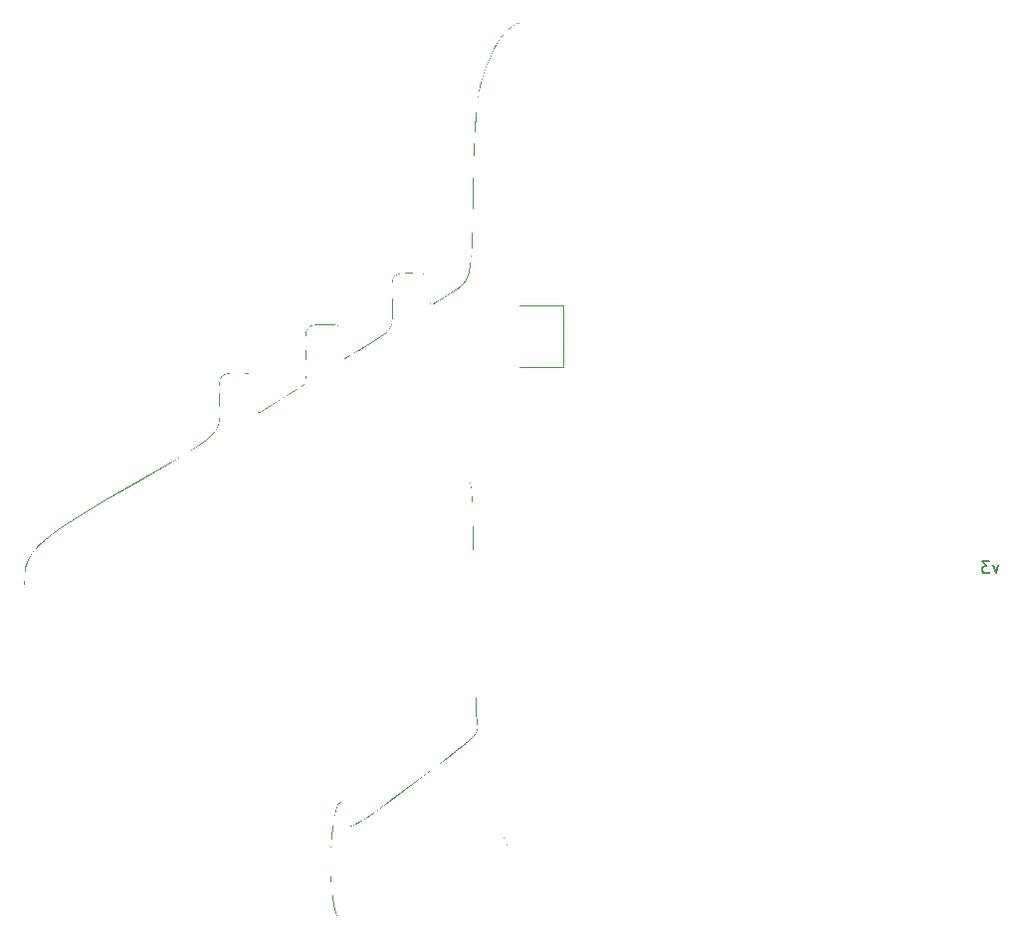
<source format=gbr>
G04 #@! TF.GenerationSoftware,KiCad,Pcbnew,(6.99.0-2452-gdb4f2d9dd8)*
G04 #@! TF.CreationDate,2022-07-29T13:50:10-05:00*
G04 #@! TF.ProjectId,an225,616e3232-352e-46b6-9963-61645f706362,rev?*
G04 #@! TF.SameCoordinates,Original*
G04 #@! TF.FileFunction,Legend,Bot*
G04 #@! TF.FilePolarity,Positive*
%FSLAX46Y46*%
G04 Gerber Fmt 4.6, Leading zero omitted, Abs format (unit mm)*
G04 Created by KiCad (PCBNEW (6.99.0-2452-gdb4f2d9dd8)) date 2022-07-29 13:50:10*
%MOMM*%
%LPD*%
G01*
G04 APERTURE LIST*
%ADD10C,0.150000*%
%ADD11C,0.120000*%
%ADD12R,1.700000X1.700000*%
%ADD13O,1.700000X1.700000*%
G04 APERTURE END LIST*
D10*
G36*
X119964600Y-116488121D02*
G01*
X119933849Y-116481606D01*
X119851254Y-116459116D01*
X119795043Y-116440500D01*
X119731303Y-116416233D01*
X119661845Y-116385764D01*
X119588481Y-116348540D01*
X119513021Y-116304008D01*
X119437277Y-116251617D01*
X119399864Y-116222302D01*
X119363058Y-116190814D01*
X119327087Y-116157086D01*
X119292177Y-116121048D01*
X119258553Y-116082631D01*
X119226443Y-116041765D01*
X119196072Y-115998383D01*
X119167668Y-115952414D01*
X119141455Y-115903790D01*
X119117662Y-115852442D01*
X119096513Y-115798301D01*
X119078237Y-115741298D01*
X119055598Y-115665219D01*
X119031984Y-115591274D01*
X119007587Y-115519845D01*
X118982596Y-115451316D01*
X118957203Y-115386068D01*
X118931599Y-115324485D01*
X118905974Y-115266950D01*
X118880520Y-115213846D01*
X118855427Y-115165556D01*
X118830887Y-115122462D01*
X118807090Y-115084947D01*
X118795529Y-115068402D01*
X118784226Y-115053395D01*
X118773205Y-115039974D01*
X118762488Y-115028188D01*
X118752101Y-115018083D01*
X118742066Y-115009708D01*
X118732408Y-115003111D01*
X118723151Y-114998340D01*
X118714318Y-114995442D01*
X118705933Y-114994465D01*
X118061823Y-115245360D01*
X116588012Y-115909220D01*
X112266026Y-117942898D01*
X107969452Y-120029620D01*
X106527406Y-120759784D01*
X105927767Y-121103505D01*
X105911818Y-121122795D01*
X105895967Y-121140981D01*
X105880209Y-121158064D01*
X105864540Y-121174043D01*
X105848955Y-121188920D01*
X105833449Y-121202695D01*
X105818018Y-121215369D01*
X105802655Y-121226943D01*
X105787357Y-121237417D01*
X105772120Y-121246792D01*
X105756937Y-121255070D01*
X105741804Y-121262250D01*
X105726717Y-121268333D01*
X105711671Y-121273320D01*
X105696660Y-121277213D01*
X105681681Y-121280010D01*
X105666728Y-121281714D01*
X105651796Y-121282325D01*
X105636881Y-121281844D01*
X105621979Y-121280271D01*
X105607083Y-121277607D01*
X105592189Y-121273852D01*
X105577294Y-121269009D01*
X105562390Y-121263076D01*
X105547475Y-121256056D01*
X105532544Y-121247948D01*
X105517590Y-121238754D01*
X105502610Y-121228474D01*
X105487599Y-121217109D01*
X105472552Y-121204659D01*
X105457464Y-121191125D01*
X105442331Y-121176509D01*
X105412453Y-121150035D01*
X105397836Y-121139688D01*
X105383428Y-121131273D01*
X105369226Y-121124797D01*
X105355226Y-121120265D01*
X105341424Y-121117680D01*
X105327815Y-121117050D01*
X105314397Y-121118379D01*
X105301165Y-121121671D01*
X105288116Y-121126934D01*
X105275244Y-121134170D01*
X105262548Y-121143386D01*
X105250022Y-121154588D01*
X105237663Y-121167779D01*
X105225467Y-121182966D01*
X105201549Y-121219345D01*
X105178236Y-121263768D01*
X105155497Y-121316276D01*
X105133301Y-121376910D01*
X105111618Y-121445711D01*
X105090416Y-121522722D01*
X105069664Y-121607983D01*
X105049332Y-121701536D01*
X104972624Y-121980642D01*
X104931247Y-122068985D01*
X104888200Y-122125065D01*
X104843743Y-122150290D01*
X104798134Y-122146068D01*
X104751632Y-122113805D01*
X104704497Y-122054911D01*
X104609365Y-121862857D01*
X104514810Y-121581167D01*
X104422905Y-121221104D01*
X104335723Y-120793928D01*
X104255339Y-120310903D01*
X104183825Y-119783290D01*
X104123254Y-119222350D01*
X104075700Y-118639345D01*
X104043235Y-118045538D01*
X104027934Y-117452190D01*
X104031870Y-116870563D01*
X104057115Y-116311918D01*
X104110098Y-115612383D01*
X104170353Y-114972092D01*
X104237000Y-114393142D01*
X104309154Y-113877626D01*
X104385932Y-113427641D01*
X104466453Y-113045281D01*
X104507841Y-112880115D01*
X104549834Y-112732642D01*
X104592320Y-112603122D01*
X104635190Y-112491818D01*
X104678334Y-112398991D01*
X104721641Y-112324904D01*
X104765000Y-112269819D01*
X104808302Y-112233997D01*
X104851435Y-112217700D01*
X104872905Y-112216955D01*
X104894291Y-112221190D01*
X104936758Y-112244729D01*
X104978725Y-112288579D01*
X105020083Y-112353002D01*
X105060722Y-112438259D01*
X105100530Y-112544613D01*
X105139398Y-112672326D01*
X105177215Y-112821658D01*
X105213871Y-112992873D01*
X105249256Y-113186232D01*
X105283258Y-113401997D01*
X105361652Y-113854206D01*
X105414893Y-114021021D01*
X105448738Y-114087812D01*
X105488817Y-114142841D01*
X105536189Y-114185597D01*
X105591917Y-114215566D01*
X105657062Y-114232236D01*
X105732685Y-114235095D01*
X105819848Y-114223629D01*
X105919612Y-114197326D01*
X106161190Y-114098158D01*
X106465911Y-113933490D01*
X106842266Y-113699222D01*
X107298747Y-113391252D01*
X107843846Y-113005479D01*
X109233864Y-111984121D01*
X111080254Y-110602337D01*
X112925953Y-109216005D01*
X113672122Y-108651518D01*
X114311137Y-108162800D01*
X114592953Y-107944507D01*
X114850971Y-107742338D01*
X115086187Y-107555355D01*
X115299598Y-107382619D01*
X115492200Y-107223190D01*
X115664991Y-107076129D01*
X115818967Y-106940497D01*
X115955125Y-106815355D01*
X116074461Y-106699764D01*
X116177973Y-106592785D01*
X116266657Y-106493478D01*
X116341509Y-106400905D01*
X116403527Y-106314126D01*
X116453707Y-106232202D01*
X116474670Y-106192767D01*
X116493046Y-106154194D01*
X116508962Y-106116365D01*
X116522541Y-106079163D01*
X116533908Y-106042470D01*
X116543188Y-106006170D01*
X116555984Y-105934275D01*
X116561926Y-105862539D01*
X116562011Y-105790024D01*
X116557235Y-105715790D01*
X116548595Y-105638898D01*
X116523709Y-105473384D01*
X116456358Y-104326334D01*
X116383213Y-101893970D01*
X116313097Y-98533063D01*
X116254833Y-94600384D01*
X116214219Y-91319893D01*
X116195649Y-89992653D01*
X116176919Y-88854672D01*
X116167185Y-88352104D01*
X116157039Y-87891391D01*
X116146359Y-87470714D01*
X116135020Y-87088253D01*
X116122899Y-86742188D01*
X116109873Y-86430699D01*
X116095817Y-86151967D01*
X116080608Y-85904171D01*
X116064123Y-85685491D01*
X116046237Y-85494109D01*
X116026828Y-85328204D01*
X116016513Y-85254237D01*
X116005771Y-85185957D01*
X115994586Y-85123136D01*
X115982943Y-85065546D01*
X115970826Y-85012962D01*
X115958220Y-84965154D01*
X115945109Y-84921896D01*
X115931478Y-84882960D01*
X115917312Y-84848118D01*
X115902594Y-84817144D01*
X115887311Y-84789809D01*
X115871445Y-84765886D01*
X115854982Y-84745148D01*
X115837906Y-84727367D01*
X115820202Y-84712316D01*
X115801854Y-84699767D01*
X115782847Y-84689493D01*
X115763166Y-84681266D01*
X115742794Y-84674858D01*
X115721717Y-84670043D01*
X115699919Y-84666593D01*
X115677384Y-84664281D01*
X115630043Y-84662158D01*
X115579572Y-84661854D01*
X115270940Y-84635437D01*
X114913257Y-84617474D01*
X114080250Y-84606213D01*
X113139579Y-84626673D01*
X112150272Y-84677453D01*
X111171357Y-84757153D01*
X110261862Y-84864374D01*
X109851592Y-84927868D01*
X109480814Y-84997717D01*
X109156904Y-85073747D01*
X108887241Y-85155781D01*
X108739084Y-85192021D01*
X108597398Y-85229484D01*
X108338125Y-85302267D01*
X108222885Y-85334683D01*
X108118806Y-85362512D01*
X108027062Y-85384301D01*
X107986182Y-85392477D01*
X107948825Y-85398598D01*
X100153920Y-87648208D01*
X98889389Y-88018931D01*
X97788671Y-88337649D01*
X96969971Y-88570404D01*
X96551494Y-88683235D01*
X96281284Y-88753110D01*
X95866273Y-88868918D01*
X95363014Y-89014556D01*
X94828055Y-89173926D01*
X94306869Y-89329469D01*
X93841116Y-89464696D01*
X93481617Y-89565097D01*
X93357594Y-89597701D01*
X93279193Y-89616157D01*
X93072061Y-89668589D01*
X92699739Y-89772718D01*
X92215008Y-89913462D01*
X91670648Y-90075743D01*
X91127127Y-90237903D01*
X90644678Y-90378313D01*
X90275733Y-90481945D01*
X90150209Y-90515273D01*
X90072724Y-90533772D01*
X88213681Y-91049721D01*
X84093222Y-92219011D01*
X81912520Y-92842771D01*
X81050094Y-93088705D01*
X80324128Y-93293068D01*
X79723004Y-93457659D01*
X79465627Y-93525600D01*
X79235103Y-93584272D01*
X79029982Y-93633898D01*
X78848809Y-93674703D01*
X78690133Y-93706913D01*
X78552502Y-93730750D01*
X78434464Y-93746440D01*
X78334566Y-93754208D01*
X78251355Y-93754277D01*
X78215554Y-93751495D01*
X78183381Y-93746873D01*
X78154653Y-93740439D01*
X78129190Y-93732220D01*
X78106809Y-93722245D01*
X78087330Y-93710542D01*
X78070571Y-93697139D01*
X78056350Y-93682064D01*
X78044485Y-93665345D01*
X78034796Y-93647010D01*
X78027100Y-93627088D01*
X78021216Y-93605606D01*
X78014159Y-93558074D01*
X78012172Y-93504641D01*
X78013803Y-93445531D01*
X78022109Y-93311175D01*
X78025880Y-93236379D01*
X78027460Y-93156804D01*
X78042168Y-92716065D01*
X78092301Y-92301944D01*
X78186874Y-91906690D01*
X78334900Y-91522552D01*
X78545395Y-91141778D01*
X78827372Y-90756617D01*
X79189846Y-90359319D01*
X79641830Y-89942131D01*
X80192341Y-89497304D01*
X80850390Y-89017086D01*
X81624994Y-88493725D01*
X82525166Y-87919471D01*
X84738271Y-86587278D01*
X87561821Y-84958499D01*
X89922075Y-83607505D01*
X90876619Y-83050943D01*
X91694548Y-82560647D01*
X92386191Y-82126849D01*
X92687883Y-81928085D01*
X92961878Y-81739782D01*
X93209467Y-81560720D01*
X93431941Y-81389679D01*
X93630591Y-81225435D01*
X93806709Y-81066770D01*
X93961585Y-80912462D01*
X94096512Y-80761289D01*
X94212779Y-80612032D01*
X94311680Y-80463469D01*
X94394504Y-80314378D01*
X94462543Y-80163540D01*
X94517089Y-80009733D01*
X94559432Y-79851736D01*
X94590864Y-79688328D01*
X94612676Y-79518289D01*
X94626160Y-79340397D01*
X94632607Y-79153431D01*
X94629553Y-78747394D01*
X94613844Y-78290411D01*
X94584089Y-77435356D01*
X94577910Y-77089412D01*
X94580310Y-76792799D01*
X94585379Y-76661806D01*
X94593374Y-76541722D01*
X94604557Y-76432073D01*
X94619188Y-76332385D01*
X94637527Y-76242183D01*
X94659836Y-76160994D01*
X94686375Y-76088343D01*
X94717404Y-76023755D01*
X94753184Y-75966757D01*
X94793976Y-75916873D01*
X94840040Y-75873630D01*
X94891638Y-75836554D01*
X94949029Y-75805169D01*
X95012474Y-75779002D01*
X95082235Y-75757578D01*
X95158571Y-75740423D01*
X95241743Y-75727063D01*
X95332012Y-75717023D01*
X95534883Y-75705007D01*
X95769270Y-75700580D01*
X96037256Y-75699947D01*
X96539822Y-75703313D01*
X96743154Y-75711308D01*
X96917491Y-75726876D01*
X96994483Y-75738289D01*
X97065064Y-75752542D01*
X97129511Y-75769952D01*
X97188103Y-75790832D01*
X97241120Y-75815499D01*
X97288839Y-75844269D01*
X97331541Y-75877456D01*
X97369503Y-75915378D01*
X97403004Y-75958348D01*
X97432324Y-76006683D01*
X97457740Y-76060699D01*
X97479532Y-76120710D01*
X97497979Y-76187032D01*
X97513359Y-76259982D01*
X97525951Y-76339874D01*
X97536034Y-76427025D01*
X97549787Y-76624363D01*
X97556850Y-76854520D01*
X97559824Y-77423391D01*
X97561406Y-78062704D01*
X97566591Y-78317264D01*
X97577557Y-78530550D01*
X97585877Y-78622214D01*
X97596444Y-78704156D01*
X97609525Y-78776578D01*
X97625389Y-78839676D01*
X97644301Y-78893652D01*
X97666531Y-78938704D01*
X97692345Y-78975031D01*
X97722009Y-79002832D01*
X97755793Y-79022307D01*
X97793963Y-79033655D01*
X97836786Y-79037075D01*
X97884529Y-79032766D01*
X97937461Y-79020928D01*
X97995848Y-79001759D01*
X98059958Y-78975459D01*
X98130058Y-78942228D01*
X98289297Y-78855765D01*
X98475705Y-78743965D01*
X98938580Y-78450727D01*
X99421897Y-78146085D01*
X99973444Y-77804495D01*
X100525272Y-77467733D01*
X101009430Y-77177574D01*
X101351480Y-76970296D01*
X101489539Y-76876811D01*
X101607479Y-76784016D01*
X101706692Y-76687348D01*
X101788573Y-76582247D01*
X101823450Y-76525109D01*
X101854515Y-76464152D01*
X101905911Y-76328503D01*
X101944154Y-76170738D01*
X101970638Y-75986297D01*
X101986756Y-75770619D01*
X101993902Y-75519142D01*
X101993469Y-75227307D01*
X101986849Y-74890552D01*
X101960626Y-74064039D01*
X101935344Y-73238725D01*
X101930961Y-72904815D01*
X101934884Y-72618519D01*
X101940616Y-72492081D01*
X101949212Y-72376174D01*
X101960934Y-72270339D01*
X101976045Y-72174119D01*
X101994807Y-72087055D01*
X102017483Y-72008690D01*
X102044335Y-71938565D01*
X102075625Y-71876224D01*
X102111617Y-71821208D01*
X102152572Y-71773060D01*
X102198754Y-71731321D01*
X102250424Y-71695534D01*
X102307845Y-71665241D01*
X102371280Y-71639984D01*
X102440991Y-71619306D01*
X102517240Y-71602747D01*
X102600290Y-71589852D01*
X102690404Y-71580161D01*
X102892872Y-71568563D01*
X103126743Y-71564290D01*
X103394118Y-71563679D01*
X103895530Y-71566634D01*
X104098394Y-71573651D01*
X104272331Y-71587317D01*
X104349146Y-71597335D01*
X104419565Y-71609846D01*
X104483864Y-71625128D01*
X104542322Y-71643456D01*
X104595216Y-71665108D01*
X104642826Y-71690362D01*
X104685430Y-71719493D01*
X104723305Y-71752779D01*
X104756729Y-71790498D01*
X104785981Y-71832925D01*
X104811339Y-71880339D01*
X104833081Y-71933016D01*
X104851485Y-71991232D01*
X104866830Y-72055266D01*
X104879393Y-72125394D01*
X104889453Y-72201892D01*
X104903175Y-72375111D01*
X104910221Y-72577138D01*
X104913188Y-73076481D01*
X104914179Y-73230189D01*
X104917088Y-73378808D01*
X104921815Y-73521600D01*
X104928264Y-73657830D01*
X104936335Y-73786761D01*
X104945932Y-73907657D01*
X104956957Y-74019781D01*
X104969310Y-74122397D01*
X104982895Y-74214770D01*
X104997614Y-74296161D01*
X105013368Y-74365836D01*
X105030060Y-74423057D01*
X105038727Y-74446768D01*
X105047592Y-74467089D01*
X105056642Y-74483929D01*
X105065865Y-74497195D01*
X105075249Y-74506796D01*
X105084782Y-74512639D01*
X105094452Y-74514633D01*
X105104245Y-74512684D01*
X105184453Y-74471838D01*
X105340140Y-74384514D01*
X105841195Y-74092159D01*
X106533895Y-73679063D01*
X107344724Y-73188669D01*
X108021038Y-72772292D01*
X108294364Y-72594704D01*
X108528319Y-72430448D01*
X108725789Y-72274221D01*
X108811745Y-72197462D01*
X108889663Y-72120723D01*
X108959903Y-72043340D01*
X109022827Y-71964651D01*
X109078795Y-71883993D01*
X109128169Y-71800704D01*
X109171309Y-71714121D01*
X109208576Y-71623580D01*
X109240331Y-71528421D01*
X109266935Y-71427979D01*
X109288749Y-71321592D01*
X109306134Y-71208597D01*
X109329061Y-70960134D01*
X109338601Y-70677289D01*
X109337643Y-70354758D01*
X109315781Y-69569436D01*
X109292871Y-68786552D01*
X109289431Y-68469808D01*
X109294139Y-68198231D01*
X109300206Y-68078294D01*
X109309099Y-67968345D01*
X109321081Y-67867951D01*
X109336415Y-67776677D01*
X109355364Y-67694089D01*
X109378190Y-67619753D01*
X109405158Y-67553234D01*
X109436529Y-67494098D01*
X109472567Y-67441910D01*
X109513535Y-67396237D01*
X109559696Y-67356644D01*
X109611313Y-67322697D01*
X109668648Y-67293961D01*
X109731965Y-67270003D01*
X109801526Y-67250387D01*
X109877596Y-67234681D01*
X109960436Y-67222448D01*
X110050309Y-67213255D01*
X110252209Y-67202253D01*
X110485399Y-67198200D01*
X110751982Y-67197621D01*
X111251907Y-67200314D01*
X111454170Y-67206709D01*
X111627591Y-67219164D01*
X111704179Y-67228295D01*
X111774388Y-67239697D01*
X111838497Y-67253625D01*
X111896781Y-67270329D01*
X111949519Y-67290063D01*
X111996988Y-67313078D01*
X112039465Y-67339629D01*
X112077228Y-67369966D01*
X112110553Y-67404342D01*
X112139718Y-67443010D01*
X112165001Y-67486222D01*
X112186679Y-67534232D01*
X112205028Y-67587290D01*
X112220327Y-67645650D01*
X112232853Y-67709564D01*
X112242883Y-67779284D01*
X112256565Y-67937154D01*
X112263590Y-68121280D01*
X112266548Y-68576378D01*
X112266792Y-69114741D01*
X112272250Y-69326889D01*
X112285849Y-69501569D01*
X112296774Y-69574988D01*
X112311023Y-69639195D01*
X112329024Y-69694244D01*
X112351208Y-69740185D01*
X112378005Y-69777070D01*
X112409842Y-69804952D01*
X112447151Y-69823883D01*
X112490360Y-69833913D01*
X112539900Y-69835096D01*
X112596199Y-69827483D01*
X112659687Y-69811126D01*
X112730794Y-69786077D01*
X112897583Y-69710111D01*
X113100000Y-69600000D01*
X113341482Y-69456160D01*
X113625466Y-69279007D01*
X114334683Y-68826420D01*
X114903816Y-68448928D01*
X115134593Y-68267990D01*
X115333139Y-68075790D01*
X115502174Y-67859980D01*
X115644419Y-67608209D01*
X115762593Y-67308128D01*
X115859418Y-66947388D01*
X115937613Y-66513638D01*
X115999900Y-65994529D01*
X116049000Y-65377712D01*
X116087631Y-64650837D01*
X116144375Y-62817515D01*
X116191895Y-60395765D01*
X116250013Y-57711357D01*
X116284471Y-56573874D01*
X116324861Y-55556223D01*
X116372936Y-54645916D01*
X116430447Y-53830468D01*
X116499145Y-53097391D01*
X116580780Y-52434199D01*
X116677105Y-51828406D01*
X116789870Y-51267524D01*
X116920826Y-50739067D01*
X117071724Y-50230548D01*
X117244316Y-49729481D01*
X117440352Y-49223379D01*
X117661584Y-48699755D01*
X117909763Y-48146122D01*
X117977843Y-48003647D01*
X118049317Y-47865696D01*
X118123819Y-47732268D01*
X118200986Y-47603362D01*
X118280453Y-47478980D01*
X118361856Y-47359121D01*
X118444830Y-47243784D01*
X118529013Y-47132971D01*
X118614038Y-47026680D01*
X118699543Y-46924913D01*
X118785162Y-46827669D01*
X118870532Y-46734947D01*
X119039066Y-46563073D01*
X119202232Y-46409291D01*
X119357114Y-46273602D01*
X119500800Y-46156004D01*
X119630375Y-46056498D01*
X119742925Y-45975084D01*
X119905296Y-45866532D01*
X119964600Y-45830348D01*
X119964600Y-116488121D01*
G37*
X119964600Y-116488121D02*
X119933849Y-116481606D01*
X119851254Y-116459116D01*
X119795043Y-116440500D01*
X119731303Y-116416233D01*
X119661845Y-116385764D01*
X119588481Y-116348540D01*
X119513021Y-116304008D01*
X119437277Y-116251617D01*
X119399864Y-116222302D01*
X119363058Y-116190814D01*
X119327087Y-116157086D01*
X119292177Y-116121048D01*
X119258553Y-116082631D01*
X119226443Y-116041765D01*
X119196072Y-115998383D01*
X119167668Y-115952414D01*
X119141455Y-115903790D01*
X119117662Y-115852442D01*
X119096513Y-115798301D01*
X119078237Y-115741298D01*
X119055598Y-115665219D01*
X119031984Y-115591274D01*
X119007587Y-115519845D01*
X118982596Y-115451316D01*
X118957203Y-115386068D01*
X118931599Y-115324485D01*
X118905974Y-115266950D01*
X118880520Y-115213846D01*
X118855427Y-115165556D01*
X118830887Y-115122462D01*
X118807090Y-115084947D01*
X118795529Y-115068402D01*
X118784226Y-115053395D01*
X118773205Y-115039974D01*
X118762488Y-115028188D01*
X118752101Y-115018083D01*
X118742066Y-115009708D01*
X118732408Y-115003111D01*
X118723151Y-114998340D01*
X118714318Y-114995442D01*
X118705933Y-114994465D01*
X118061823Y-115245360D01*
X116588012Y-115909220D01*
X112266026Y-117942898D01*
X107969452Y-120029620D01*
X106527406Y-120759784D01*
X105927767Y-121103505D01*
X105911818Y-121122795D01*
X105895967Y-121140981D01*
X105880209Y-121158064D01*
X105864540Y-121174043D01*
X105848955Y-121188920D01*
X105833449Y-121202695D01*
X105818018Y-121215369D01*
X105802655Y-121226943D01*
X105787357Y-121237417D01*
X105772120Y-121246792D01*
X105756937Y-121255070D01*
X105741804Y-121262250D01*
X105726717Y-121268333D01*
X105711671Y-121273320D01*
X105696660Y-121277213D01*
X105681681Y-121280010D01*
X105666728Y-121281714D01*
X105651796Y-121282325D01*
X105636881Y-121281844D01*
X105621979Y-121280271D01*
X105607083Y-121277607D01*
X105592189Y-121273852D01*
X105577294Y-121269009D01*
X105562390Y-121263076D01*
X105547475Y-121256056D01*
X105532544Y-121247948D01*
X105517590Y-121238754D01*
X105502610Y-121228474D01*
X105487599Y-121217109D01*
X105472552Y-121204659D01*
X105457464Y-121191125D01*
X105442331Y-121176509D01*
X105412453Y-121150035D01*
X105397836Y-121139688D01*
X105383428Y-121131273D01*
X105369226Y-121124797D01*
X105355226Y-121120265D01*
X105341424Y-121117680D01*
X105327815Y-121117050D01*
X105314397Y-121118379D01*
X105301165Y-121121671D01*
X105288116Y-121126934D01*
X105275244Y-121134170D01*
X105262548Y-121143386D01*
X105250022Y-121154588D01*
X105237663Y-121167779D01*
X105225467Y-121182966D01*
X105201549Y-121219345D01*
X105178236Y-121263768D01*
X105155497Y-121316276D01*
X105133301Y-121376910D01*
X105111618Y-121445711D01*
X105090416Y-121522722D01*
X105069664Y-121607983D01*
X105049332Y-121701536D01*
X104972624Y-121980642D01*
X104931247Y-122068985D01*
X104888200Y-122125065D01*
X104843743Y-122150290D01*
X104798134Y-122146068D01*
X104751632Y-122113805D01*
X104704497Y-122054911D01*
X104609365Y-121862857D01*
X104514810Y-121581167D01*
X104422905Y-121221104D01*
X104335723Y-120793928D01*
X104255339Y-120310903D01*
X104183825Y-119783290D01*
X104123254Y-119222350D01*
X104075700Y-118639345D01*
X104043235Y-118045538D01*
X104027934Y-117452190D01*
X104031870Y-116870563D01*
X104057115Y-116311918D01*
X104110098Y-115612383D01*
X104170353Y-114972092D01*
X104237000Y-114393142D01*
X104309154Y-113877626D01*
X104385932Y-113427641D01*
X104466453Y-113045281D01*
X104507841Y-112880115D01*
X104549834Y-112732642D01*
X104592320Y-112603122D01*
X104635190Y-112491818D01*
X104678334Y-112398991D01*
X104721641Y-112324904D01*
X104765000Y-112269819D01*
X104808302Y-112233997D01*
X104851435Y-112217700D01*
X104872905Y-112216955D01*
X104894291Y-112221190D01*
X104936758Y-112244729D01*
X104978725Y-112288579D01*
X105020083Y-112353002D01*
X105060722Y-112438259D01*
X105100530Y-112544613D01*
X105139398Y-112672326D01*
X105177215Y-112821658D01*
X105213871Y-112992873D01*
X105249256Y-113186232D01*
X105283258Y-113401997D01*
X105361652Y-113854206D01*
X105414893Y-114021021D01*
X105448738Y-114087812D01*
X105488817Y-114142841D01*
X105536189Y-114185597D01*
X105591917Y-114215566D01*
X105657062Y-114232236D01*
X105732685Y-114235095D01*
X105819848Y-114223629D01*
X105919612Y-114197326D01*
X106161190Y-114098158D01*
X106465911Y-113933490D01*
X106842266Y-113699222D01*
X107298747Y-113391252D01*
X107843846Y-113005479D01*
X109233864Y-111984121D01*
X111080254Y-110602337D01*
X112925953Y-109216005D01*
X113672122Y-108651518D01*
X114311137Y-108162800D01*
X114592953Y-107944507D01*
X114850971Y-107742338D01*
X115086187Y-107555355D01*
X115299598Y-107382619D01*
X115492200Y-107223190D01*
X115664991Y-107076129D01*
X115818967Y-106940497D01*
X115955125Y-106815355D01*
X116074461Y-106699764D01*
X116177973Y-106592785D01*
X116266657Y-106493478D01*
X116341509Y-106400905D01*
X116403527Y-106314126D01*
X116453707Y-106232202D01*
X116474670Y-106192767D01*
X116493046Y-106154194D01*
X116508962Y-106116365D01*
X116522541Y-106079163D01*
X116533908Y-106042470D01*
X116543188Y-106006170D01*
X116555984Y-105934275D01*
X116561926Y-105862539D01*
X116562011Y-105790024D01*
X116557235Y-105715790D01*
X116548595Y-105638898D01*
X116523709Y-105473384D01*
X116456358Y-104326334D01*
X116383213Y-101893970D01*
X116313097Y-98533063D01*
X116254833Y-94600384D01*
X116214219Y-91319893D01*
X116195649Y-89992653D01*
X116176919Y-88854672D01*
X116167185Y-88352104D01*
X116157039Y-87891391D01*
X116146359Y-87470714D01*
X116135020Y-87088253D01*
X116122899Y-86742188D01*
X116109873Y-86430699D01*
X116095817Y-86151967D01*
X116080608Y-85904171D01*
X116064123Y-85685491D01*
X116046237Y-85494109D01*
X116026828Y-85328204D01*
X116016513Y-85254237D01*
X116005771Y-85185957D01*
X115994586Y-85123136D01*
X115982943Y-85065546D01*
X115970826Y-85012962D01*
X115958220Y-84965154D01*
X115945109Y-84921896D01*
X115931478Y-84882960D01*
X115917312Y-84848118D01*
X115902594Y-84817144D01*
X115887311Y-84789809D01*
X115871445Y-84765886D01*
X115854982Y-84745148D01*
X115837906Y-84727367D01*
X115820202Y-84712316D01*
X115801854Y-84699767D01*
X115782847Y-84689493D01*
X115763166Y-84681266D01*
X115742794Y-84674858D01*
X115721717Y-84670043D01*
X115699919Y-84666593D01*
X115677384Y-84664281D01*
X115630043Y-84662158D01*
X115579572Y-84661854D01*
X115270940Y-84635437D01*
X114913257Y-84617474D01*
X114080250Y-84606213D01*
X113139579Y-84626673D01*
X112150272Y-84677453D01*
X111171357Y-84757153D01*
X110261862Y-84864374D01*
X109851592Y-84927868D01*
X109480814Y-84997717D01*
X109156904Y-85073747D01*
X108887241Y-85155781D01*
X108739084Y-85192021D01*
X108597398Y-85229484D01*
X108338125Y-85302267D01*
X108222885Y-85334683D01*
X108118806Y-85362512D01*
X108027062Y-85384301D01*
X107986182Y-85392477D01*
X107948825Y-85398598D01*
X100153920Y-87648208D01*
X98889389Y-88018931D01*
X97788671Y-88337649D01*
X96969971Y-88570404D01*
X96551494Y-88683235D01*
X96281284Y-88753110D01*
X95866273Y-88868918D01*
X95363014Y-89014556D01*
X94828055Y-89173926D01*
X94306869Y-89329469D01*
X93841116Y-89464696D01*
X93481617Y-89565097D01*
X93357594Y-89597701D01*
X93279193Y-89616157D01*
X93072061Y-89668589D01*
X92699739Y-89772718D01*
X92215008Y-89913462D01*
X91670648Y-90075743D01*
X91127127Y-90237903D01*
X90644678Y-90378313D01*
X90275733Y-90481945D01*
X90150209Y-90515273D01*
X90072724Y-90533772D01*
X88213681Y-91049721D01*
X84093222Y-92219011D01*
X81912520Y-92842771D01*
X81050094Y-93088705D01*
X80324128Y-93293068D01*
X79723004Y-93457659D01*
X79465627Y-93525600D01*
X79235103Y-93584272D01*
X79029982Y-93633898D01*
X78848809Y-93674703D01*
X78690133Y-93706913D01*
X78552502Y-93730750D01*
X78434464Y-93746440D01*
X78334566Y-93754208D01*
X78251355Y-93754277D01*
X78215554Y-93751495D01*
X78183381Y-93746873D01*
X78154653Y-93740439D01*
X78129190Y-93732220D01*
X78106809Y-93722245D01*
X78087330Y-93710542D01*
X78070571Y-93697139D01*
X78056350Y-93682064D01*
X78044485Y-93665345D01*
X78034796Y-93647010D01*
X78027100Y-93627088D01*
X78021216Y-93605606D01*
X78014159Y-93558074D01*
X78012172Y-93504641D01*
X78013803Y-93445531D01*
X78022109Y-93311175D01*
X78025880Y-93236379D01*
X78027460Y-93156804D01*
X78042168Y-92716065D01*
X78092301Y-92301944D01*
X78186874Y-91906690D01*
X78334900Y-91522552D01*
X78545395Y-91141778D01*
X78827372Y-90756617D01*
X79189846Y-90359319D01*
X79641830Y-89942131D01*
X80192341Y-89497304D01*
X80850390Y-89017086D01*
X81624994Y-88493725D01*
X82525166Y-87919471D01*
X84738271Y-86587278D01*
X87561821Y-84958499D01*
X89922075Y-83607505D01*
X90876619Y-83050943D01*
X91694548Y-82560647D01*
X92386191Y-82126849D01*
X92687883Y-81928085D01*
X92961878Y-81739782D01*
X93209467Y-81560720D01*
X93431941Y-81389679D01*
X93630591Y-81225435D01*
X93806709Y-81066770D01*
X93961585Y-80912462D01*
X94096512Y-80761289D01*
X94212779Y-80612032D01*
X94311680Y-80463469D01*
X94394504Y-80314378D01*
X94462543Y-80163540D01*
X94517089Y-80009733D01*
X94559432Y-79851736D01*
X94590864Y-79688328D01*
X94612676Y-79518289D01*
X94626160Y-79340397D01*
X94632607Y-79153431D01*
X94629553Y-78747394D01*
X94613844Y-78290411D01*
X94584089Y-77435356D01*
X94577910Y-77089412D01*
X94580310Y-76792799D01*
X94585379Y-76661806D01*
X94593374Y-76541722D01*
X94604557Y-76432073D01*
X94619188Y-76332385D01*
X94637527Y-76242183D01*
X94659836Y-76160994D01*
X94686375Y-76088343D01*
X94717404Y-76023755D01*
X94753184Y-75966757D01*
X94793976Y-75916873D01*
X94840040Y-75873630D01*
X94891638Y-75836554D01*
X94949029Y-75805169D01*
X95012474Y-75779002D01*
X95082235Y-75757578D01*
X95158571Y-75740423D01*
X95241743Y-75727063D01*
X95332012Y-75717023D01*
X95534883Y-75705007D01*
X95769270Y-75700580D01*
X96037256Y-75699947D01*
X96539822Y-75703313D01*
X96743154Y-75711308D01*
X96917491Y-75726876D01*
X96994483Y-75738289D01*
X97065064Y-75752542D01*
X97129511Y-75769952D01*
X97188103Y-75790832D01*
X97241120Y-75815499D01*
X97288839Y-75844269D01*
X97331541Y-75877456D01*
X97369503Y-75915378D01*
X97403004Y-75958348D01*
X97432324Y-76006683D01*
X97457740Y-76060699D01*
X97479532Y-76120710D01*
X97497979Y-76187032D01*
X97513359Y-76259982D01*
X97525951Y-76339874D01*
X97536034Y-76427025D01*
X97549787Y-76624363D01*
X97556850Y-76854520D01*
X97559824Y-77423391D01*
X97561406Y-78062704D01*
X97566591Y-78317264D01*
X97577557Y-78530550D01*
X97585877Y-78622214D01*
X97596444Y-78704156D01*
X97609525Y-78776578D01*
X97625389Y-78839676D01*
X97644301Y-78893652D01*
X97666531Y-78938704D01*
X97692345Y-78975031D01*
X97722009Y-79002832D01*
X97755793Y-79022307D01*
X97793963Y-79033655D01*
X97836786Y-79037075D01*
X97884529Y-79032766D01*
X97937461Y-79020928D01*
X97995848Y-79001759D01*
X98059958Y-78975459D01*
X98130058Y-78942228D01*
X98289297Y-78855765D01*
X98475705Y-78743965D01*
X98938580Y-78450727D01*
X99421897Y-78146085D01*
X99973444Y-77804495D01*
X100525272Y-77467733D01*
X101009430Y-77177574D01*
X101351480Y-76970296D01*
X101489539Y-76876811D01*
X101607479Y-76784016D01*
X101706692Y-76687348D01*
X101788573Y-76582247D01*
X101823450Y-76525109D01*
X101854515Y-76464152D01*
X101905911Y-76328503D01*
X101944154Y-76170738D01*
X101970638Y-75986297D01*
X101986756Y-75770619D01*
X101993902Y-75519142D01*
X101993469Y-75227307D01*
X101986849Y-74890552D01*
X101960626Y-74064039D01*
X101935344Y-73238725D01*
X101930961Y-72904815D01*
X101934884Y-72618519D01*
X101940616Y-72492081D01*
X101949212Y-72376174D01*
X101960934Y-72270339D01*
X101976045Y-72174119D01*
X101994807Y-72087055D01*
X102017483Y-72008690D01*
X102044335Y-71938565D01*
X102075625Y-71876224D01*
X102111617Y-71821208D01*
X102152572Y-71773060D01*
X102198754Y-71731321D01*
X102250424Y-71695534D01*
X102307845Y-71665241D01*
X102371280Y-71639984D01*
X102440991Y-71619306D01*
X102517240Y-71602747D01*
X102600290Y-71589852D01*
X102690404Y-71580161D01*
X102892872Y-71568563D01*
X103126743Y-71564290D01*
X103394118Y-71563679D01*
X103895530Y-71566634D01*
X104098394Y-71573651D01*
X104272331Y-71587317D01*
X104349146Y-71597335D01*
X104419565Y-71609846D01*
X104483864Y-71625128D01*
X104542322Y-71643456D01*
X104595216Y-71665108D01*
X104642826Y-71690362D01*
X104685430Y-71719493D01*
X104723305Y-71752779D01*
X104756729Y-71790498D01*
X104785981Y-71832925D01*
X104811339Y-71880339D01*
X104833081Y-71933016D01*
X104851485Y-71991232D01*
X104866830Y-72055266D01*
X104879393Y-72125394D01*
X104889453Y-72201892D01*
X104903175Y-72375111D01*
X104910221Y-72577138D01*
X104913188Y-73076481D01*
X104914179Y-73230189D01*
X104917088Y-73378808D01*
X104921815Y-73521600D01*
X104928264Y-73657830D01*
X104936335Y-73786761D01*
X104945932Y-73907657D01*
X104956957Y-74019781D01*
X104969310Y-74122397D01*
X104982895Y-74214770D01*
X104997614Y-74296161D01*
X105013368Y-74365836D01*
X105030060Y-74423057D01*
X105038727Y-74446768D01*
X105047592Y-74467089D01*
X105056642Y-74483929D01*
X105065865Y-74497195D01*
X105075249Y-74506796D01*
X105084782Y-74512639D01*
X105094452Y-74514633D01*
X105104245Y-74512684D01*
X105184453Y-74471838D01*
X105340140Y-74384514D01*
X105841195Y-74092159D01*
X106533895Y-73679063D01*
X107344724Y-73188669D01*
X108021038Y-72772292D01*
X108294364Y-72594704D01*
X108528319Y-72430448D01*
X108725789Y-72274221D01*
X108811745Y-72197462D01*
X108889663Y-72120723D01*
X108959903Y-72043340D01*
X109022827Y-71964651D01*
X109078795Y-71883993D01*
X109128169Y-71800704D01*
X109171309Y-71714121D01*
X109208576Y-71623580D01*
X109240331Y-71528421D01*
X109266935Y-71427979D01*
X109288749Y-71321592D01*
X109306134Y-71208597D01*
X109329061Y-70960134D01*
X109338601Y-70677289D01*
X109337643Y-70354758D01*
X109315781Y-69569436D01*
X109292871Y-68786552D01*
X109289431Y-68469808D01*
X109294139Y-68198231D01*
X109300206Y-68078294D01*
X109309099Y-67968345D01*
X109321081Y-67867951D01*
X109336415Y-67776677D01*
X109355364Y-67694089D01*
X109378190Y-67619753D01*
X109405158Y-67553234D01*
X109436529Y-67494098D01*
X109472567Y-67441910D01*
X109513535Y-67396237D01*
X109559696Y-67356644D01*
X109611313Y-67322697D01*
X109668648Y-67293961D01*
X109731965Y-67270003D01*
X109801526Y-67250387D01*
X109877596Y-67234681D01*
X109960436Y-67222448D01*
X110050309Y-67213255D01*
X110252209Y-67202253D01*
X110485399Y-67198200D01*
X110751982Y-67197621D01*
X111251907Y-67200314D01*
X111454170Y-67206709D01*
X111627591Y-67219164D01*
X111704179Y-67228295D01*
X111774388Y-67239697D01*
X111838497Y-67253625D01*
X111896781Y-67270329D01*
X111949519Y-67290063D01*
X111996988Y-67313078D01*
X112039465Y-67339629D01*
X112077228Y-67369966D01*
X112110553Y-67404342D01*
X112139718Y-67443010D01*
X112165001Y-67486222D01*
X112186679Y-67534232D01*
X112205028Y-67587290D01*
X112220327Y-67645650D01*
X112232853Y-67709564D01*
X112242883Y-67779284D01*
X112256565Y-67937154D01*
X112263590Y-68121280D01*
X112266548Y-68576378D01*
X112266792Y-69114741D01*
X112272250Y-69326889D01*
X112285849Y-69501569D01*
X112296774Y-69574988D01*
X112311023Y-69639195D01*
X112329024Y-69694244D01*
X112351208Y-69740185D01*
X112378005Y-69777070D01*
X112409842Y-69804952D01*
X112447151Y-69823883D01*
X112490360Y-69833913D01*
X112539900Y-69835096D01*
X112596199Y-69827483D01*
X112659687Y-69811126D01*
X112730794Y-69786077D01*
X112897583Y-69710111D01*
X113100000Y-69600000D01*
X113341482Y-69456160D01*
X113625466Y-69279007D01*
X114334683Y-68826420D01*
X114903816Y-68448928D01*
X115134593Y-68267990D01*
X115333139Y-68075790D01*
X115502174Y-67859980D01*
X115644419Y-67608209D01*
X115762593Y-67308128D01*
X115859418Y-66947388D01*
X115937613Y-66513638D01*
X115999900Y-65994529D01*
X116049000Y-65377712D01*
X116087631Y-64650837D01*
X116144375Y-62817515D01*
X116191895Y-60395765D01*
X116250013Y-57711357D01*
X116284471Y-56573874D01*
X116324861Y-55556223D01*
X116372936Y-54645916D01*
X116430447Y-53830468D01*
X116499145Y-53097391D01*
X116580780Y-52434199D01*
X116677105Y-51828406D01*
X116789870Y-51267524D01*
X116920826Y-50739067D01*
X117071724Y-50230548D01*
X117244316Y-49729481D01*
X117440352Y-49223379D01*
X117661584Y-48699755D01*
X117909763Y-48146122D01*
X117977843Y-48003647D01*
X118049317Y-47865696D01*
X118123819Y-47732268D01*
X118200986Y-47603362D01*
X118280453Y-47478980D01*
X118361856Y-47359121D01*
X118444830Y-47243784D01*
X118529013Y-47132971D01*
X118614038Y-47026680D01*
X118699543Y-46924913D01*
X118785162Y-46827669D01*
X118870532Y-46734947D01*
X119039066Y-46563073D01*
X119202232Y-46409291D01*
X119357114Y-46273602D01*
X119500800Y-46156004D01*
X119630375Y-46056498D01*
X119742925Y-45975084D01*
X119905296Y-45866532D01*
X119964600Y-45830348D01*
X119964600Y-116488121D01*
X160814285Y-92000714D02*
X160576190Y-92667380D01*
X160576190Y-92667380D02*
X160338095Y-92000714D01*
X160052380Y-91667380D02*
X159433333Y-91667380D01*
X159433333Y-91667380D02*
X159766666Y-92048333D01*
X159766666Y-92048333D02*
X159623809Y-92048333D01*
X159623809Y-92048333D02*
X159528571Y-92095952D01*
X159528571Y-92095952D02*
X159480952Y-92143571D01*
X159480952Y-92143571D02*
X159433333Y-92238809D01*
X159433333Y-92238809D02*
X159433333Y-92476904D01*
X159433333Y-92476904D02*
X159480952Y-92572142D01*
X159480952Y-92572142D02*
X159528571Y-92619761D01*
X159528571Y-92619761D02*
X159623809Y-92667380D01*
X159623809Y-92667380D02*
X159909523Y-92667380D01*
X159909523Y-92667380D02*
X160004761Y-92619761D01*
X160004761Y-92619761D02*
X160052380Y-92572142D01*
D11*
X123785000Y-69895000D02*
X123785000Y-75095000D01*
X118645000Y-69895000D02*
X123785000Y-69895000D01*
X118645000Y-69895000D02*
X118645000Y-72495000D01*
X117375000Y-69895000D02*
X116045000Y-69895000D01*
X116045000Y-69895000D02*
X116045000Y-71225000D01*
X118645000Y-72495000D02*
X116045000Y-72495000D01*
X116045000Y-72495000D02*
X116045000Y-75095000D01*
X116045000Y-75095000D02*
X123785000Y-75095000D01*
%LPC*%
D10*
G36*
X120000000Y-116531908D02*
G01*
X119969249Y-116525393D01*
X119886654Y-116502903D01*
X119830443Y-116484287D01*
X119766703Y-116460020D01*
X119697245Y-116429551D01*
X119623881Y-116392327D01*
X119548421Y-116347795D01*
X119472677Y-116295404D01*
X119435264Y-116266089D01*
X119398458Y-116234601D01*
X119362487Y-116200873D01*
X119327577Y-116164835D01*
X119293953Y-116126418D01*
X119261843Y-116085552D01*
X119231472Y-116042170D01*
X119203068Y-115996201D01*
X119176855Y-115947577D01*
X119153062Y-115896229D01*
X119131913Y-115842088D01*
X119113637Y-115785085D01*
X119090998Y-115709006D01*
X119067384Y-115635061D01*
X119042987Y-115563632D01*
X119017996Y-115495103D01*
X118992603Y-115429855D01*
X118966999Y-115368272D01*
X118941374Y-115310737D01*
X118915920Y-115257633D01*
X118890827Y-115209343D01*
X118866287Y-115166249D01*
X118842490Y-115128734D01*
X118830929Y-115112189D01*
X118819626Y-115097182D01*
X118808605Y-115083761D01*
X118797888Y-115071975D01*
X118787501Y-115061870D01*
X118777466Y-115053495D01*
X118767808Y-115046898D01*
X118758551Y-115042127D01*
X118749718Y-115039229D01*
X118741333Y-115038252D01*
X118097223Y-115289147D01*
X116623412Y-115953007D01*
X112301426Y-117986685D01*
X108004852Y-120073407D01*
X106562806Y-120803571D01*
X105963167Y-121147292D01*
X105947218Y-121166582D01*
X105931367Y-121184768D01*
X105915609Y-121201851D01*
X105899940Y-121217830D01*
X105884355Y-121232707D01*
X105868849Y-121246482D01*
X105853418Y-121259156D01*
X105838055Y-121270730D01*
X105822757Y-121281204D01*
X105807520Y-121290579D01*
X105792337Y-121298857D01*
X105777204Y-121306037D01*
X105762117Y-121312120D01*
X105747071Y-121317107D01*
X105732060Y-121321000D01*
X105717081Y-121323797D01*
X105702128Y-121325501D01*
X105687196Y-121326112D01*
X105672281Y-121325631D01*
X105657379Y-121324058D01*
X105642483Y-121321394D01*
X105627589Y-121317639D01*
X105612694Y-121312796D01*
X105597790Y-121306863D01*
X105582875Y-121299843D01*
X105567944Y-121291735D01*
X105552990Y-121282541D01*
X105538010Y-121272261D01*
X105522999Y-121260896D01*
X105507952Y-121248446D01*
X105492864Y-121234912D01*
X105477731Y-121220296D01*
X105447853Y-121193822D01*
X105433236Y-121183475D01*
X105418828Y-121175060D01*
X105404626Y-121168584D01*
X105390626Y-121164052D01*
X105376824Y-121161467D01*
X105363215Y-121160837D01*
X105349797Y-121162166D01*
X105336565Y-121165458D01*
X105323516Y-121170721D01*
X105310644Y-121177957D01*
X105297948Y-121187173D01*
X105285422Y-121198375D01*
X105273063Y-121211566D01*
X105260867Y-121226753D01*
X105236949Y-121263132D01*
X105213636Y-121307555D01*
X105190897Y-121360063D01*
X105168701Y-121420697D01*
X105147018Y-121489498D01*
X105125816Y-121566509D01*
X105105064Y-121651770D01*
X105084732Y-121745323D01*
X105008024Y-122024429D01*
X104966647Y-122112772D01*
X104923600Y-122168852D01*
X104879143Y-122194077D01*
X104833534Y-122189855D01*
X104787032Y-122157592D01*
X104739897Y-122098698D01*
X104644765Y-121906644D01*
X104550210Y-121624954D01*
X104458305Y-121264891D01*
X104371123Y-120837715D01*
X104290739Y-120354690D01*
X104219225Y-119827077D01*
X104158654Y-119266137D01*
X104111100Y-118683132D01*
X104078635Y-118089325D01*
X104063334Y-117495977D01*
X104067270Y-116914350D01*
X104092515Y-116355705D01*
X104145498Y-115656170D01*
X104205753Y-115015879D01*
X104272400Y-114436929D01*
X104344554Y-113921413D01*
X104421332Y-113471428D01*
X104501853Y-113089068D01*
X104543241Y-112923902D01*
X104585234Y-112776429D01*
X104627720Y-112646909D01*
X104670590Y-112535605D01*
X104713734Y-112442778D01*
X104757041Y-112368691D01*
X104800400Y-112313606D01*
X104843702Y-112277784D01*
X104886835Y-112261487D01*
X104908305Y-112260742D01*
X104929691Y-112264977D01*
X104972158Y-112288516D01*
X105014125Y-112332366D01*
X105055483Y-112396789D01*
X105096122Y-112482046D01*
X105135930Y-112588400D01*
X105174798Y-112716113D01*
X105212615Y-112865445D01*
X105249271Y-113036660D01*
X105284656Y-113230019D01*
X105318658Y-113445784D01*
X105397052Y-113897993D01*
X105450293Y-114064808D01*
X105484138Y-114131599D01*
X105524217Y-114186628D01*
X105571589Y-114229384D01*
X105627317Y-114259353D01*
X105692462Y-114276023D01*
X105768085Y-114278882D01*
X105855248Y-114267416D01*
X105955012Y-114241113D01*
X106196590Y-114141945D01*
X106501311Y-113977277D01*
X106877666Y-113743009D01*
X107334147Y-113435039D01*
X107879246Y-113049266D01*
X109269264Y-112027908D01*
X111115654Y-110646124D01*
X112961353Y-109259792D01*
X113707522Y-108695305D01*
X114346537Y-108206587D01*
X114628353Y-107988294D01*
X114886371Y-107786125D01*
X115121587Y-107599142D01*
X115334998Y-107426406D01*
X115527600Y-107266977D01*
X115700391Y-107119916D01*
X115854367Y-106984284D01*
X115990525Y-106859142D01*
X116109861Y-106743551D01*
X116213373Y-106636572D01*
X116302057Y-106537265D01*
X116376909Y-106444692D01*
X116438927Y-106357913D01*
X116489107Y-106275989D01*
X116510070Y-106236554D01*
X116528446Y-106197981D01*
X116544362Y-106160152D01*
X116557941Y-106122950D01*
X116569308Y-106086257D01*
X116578588Y-106049957D01*
X116591384Y-105978062D01*
X116597326Y-105906326D01*
X116597411Y-105833811D01*
X116592635Y-105759577D01*
X116583995Y-105682685D01*
X116559109Y-105517171D01*
X116491758Y-104370121D01*
X116418613Y-101937757D01*
X116348497Y-98576850D01*
X116290233Y-94644171D01*
X116249619Y-91363680D01*
X116231049Y-90036440D01*
X116212319Y-88898459D01*
X116202585Y-88395891D01*
X116192439Y-87935178D01*
X116181759Y-87514501D01*
X116170420Y-87132040D01*
X116158299Y-86785975D01*
X116145273Y-86474486D01*
X116131217Y-86195754D01*
X116116008Y-85947958D01*
X116099523Y-85729278D01*
X116081637Y-85537896D01*
X116062228Y-85371991D01*
X116051913Y-85298024D01*
X116041171Y-85229744D01*
X116029986Y-85166923D01*
X116018343Y-85109333D01*
X116006226Y-85056749D01*
X115993620Y-85008941D01*
X115980509Y-84965683D01*
X115966878Y-84926747D01*
X115952712Y-84891905D01*
X115937994Y-84860931D01*
X115922711Y-84833596D01*
X115906845Y-84809673D01*
X115890382Y-84788935D01*
X115873306Y-84771154D01*
X115855602Y-84756103D01*
X115837254Y-84743554D01*
X115818247Y-84733280D01*
X115798566Y-84725053D01*
X115778194Y-84718645D01*
X115757117Y-84713830D01*
X115735319Y-84710380D01*
X115712784Y-84708068D01*
X115665443Y-84705945D01*
X115614972Y-84705641D01*
X115306340Y-84679224D01*
X114948657Y-84661261D01*
X114115650Y-84650000D01*
X113174979Y-84670460D01*
X112185672Y-84721240D01*
X111206757Y-84800940D01*
X110297262Y-84908161D01*
X109886992Y-84971655D01*
X109516214Y-85041504D01*
X109192304Y-85117534D01*
X108922641Y-85199568D01*
X108774484Y-85235808D01*
X108632798Y-85273271D01*
X108373525Y-85346054D01*
X108258285Y-85378470D01*
X108154206Y-85406299D01*
X108062462Y-85428088D01*
X108021582Y-85436264D01*
X107984225Y-85442385D01*
X100189320Y-87691995D01*
X98924789Y-88062718D01*
X97824071Y-88381436D01*
X97005371Y-88614191D01*
X96586894Y-88727022D01*
X96316684Y-88796897D01*
X95901673Y-88912705D01*
X95398414Y-89058343D01*
X94863455Y-89217713D01*
X94342269Y-89373256D01*
X93876516Y-89508483D01*
X93517017Y-89608884D01*
X93392994Y-89641488D01*
X93314593Y-89659944D01*
X93107461Y-89712376D01*
X92735139Y-89816505D01*
X92250408Y-89957249D01*
X91706048Y-90119530D01*
X91162527Y-90281690D01*
X90680078Y-90422100D01*
X90311133Y-90525732D01*
X90185609Y-90559060D01*
X90108124Y-90577559D01*
X88249081Y-91093508D01*
X84128622Y-92262798D01*
X81947920Y-92886558D01*
X81085494Y-93132492D01*
X80359528Y-93336855D01*
X79758404Y-93501446D01*
X79501027Y-93569387D01*
X79270503Y-93628059D01*
X79065382Y-93677685D01*
X78884209Y-93718490D01*
X78725533Y-93750700D01*
X78587902Y-93774537D01*
X78469864Y-93790227D01*
X78369966Y-93797995D01*
X78286755Y-93798064D01*
X78250954Y-93795282D01*
X78218781Y-93790660D01*
X78190053Y-93784226D01*
X78164590Y-93776007D01*
X78142209Y-93766032D01*
X78122730Y-93754329D01*
X78105971Y-93740926D01*
X78091750Y-93725851D01*
X78079885Y-93709132D01*
X78070196Y-93690797D01*
X78062500Y-93670875D01*
X78056616Y-93649393D01*
X78049559Y-93601861D01*
X78047572Y-93548428D01*
X78049203Y-93489318D01*
X78057509Y-93354962D01*
X78061280Y-93280166D01*
X78062860Y-93200591D01*
X78077568Y-92759852D01*
X78127701Y-92345731D01*
X78222274Y-91950477D01*
X78370300Y-91566339D01*
X78580795Y-91185565D01*
X78862772Y-90800404D01*
X79225246Y-90403106D01*
X79677230Y-89985918D01*
X80227741Y-89541091D01*
X80885790Y-89060873D01*
X81660394Y-88537512D01*
X82560566Y-87963258D01*
X84773671Y-86631065D01*
X87597221Y-85002286D01*
X89957475Y-83651292D01*
X90912019Y-83094730D01*
X91729948Y-82604434D01*
X92421591Y-82170636D01*
X92723283Y-81971872D01*
X92997278Y-81783569D01*
X93244867Y-81604507D01*
X93467341Y-81433466D01*
X93665991Y-81269222D01*
X93842109Y-81110557D01*
X93996985Y-80956249D01*
X94131912Y-80805076D01*
X94248179Y-80655819D01*
X94347080Y-80507256D01*
X94429904Y-80358165D01*
X94497943Y-80207327D01*
X94552489Y-80053520D01*
X94594832Y-79895523D01*
X94626264Y-79732115D01*
X94648076Y-79562076D01*
X94661560Y-79384184D01*
X94668007Y-79197218D01*
X94664953Y-78791181D01*
X94649244Y-78334198D01*
X94619489Y-77479143D01*
X94613310Y-77133199D01*
X94615710Y-76836586D01*
X94620779Y-76705593D01*
X94628774Y-76585509D01*
X94639957Y-76475860D01*
X94654588Y-76376172D01*
X94672927Y-76285970D01*
X94695236Y-76204781D01*
X94721775Y-76132130D01*
X94752804Y-76067542D01*
X94788584Y-76010544D01*
X94829376Y-75960660D01*
X94875440Y-75917417D01*
X94927038Y-75880341D01*
X94984429Y-75848956D01*
X95047874Y-75822789D01*
X95117635Y-75801365D01*
X95193971Y-75784210D01*
X95277143Y-75770850D01*
X95367412Y-75760810D01*
X95570283Y-75748794D01*
X95804670Y-75744367D01*
X96072656Y-75743734D01*
X96575222Y-75747100D01*
X96778554Y-75755095D01*
X96952891Y-75770663D01*
X97029883Y-75782076D01*
X97100464Y-75796329D01*
X97164911Y-75813739D01*
X97223503Y-75834619D01*
X97276520Y-75859286D01*
X97324239Y-75888056D01*
X97366941Y-75921243D01*
X97404903Y-75959165D01*
X97438404Y-76002135D01*
X97467724Y-76050470D01*
X97493140Y-76104486D01*
X97514932Y-76164497D01*
X97533379Y-76230819D01*
X97548759Y-76303769D01*
X97561351Y-76383661D01*
X97571434Y-76470812D01*
X97585187Y-76668150D01*
X97592250Y-76898307D01*
X97595224Y-77467178D01*
X97596806Y-78106491D01*
X97601991Y-78361051D01*
X97612957Y-78574337D01*
X97621277Y-78666001D01*
X97631844Y-78747943D01*
X97644925Y-78820365D01*
X97660789Y-78883463D01*
X97679701Y-78937439D01*
X97701931Y-78982491D01*
X97727745Y-79018818D01*
X97757409Y-79046619D01*
X97791193Y-79066094D01*
X97829363Y-79077442D01*
X97872186Y-79080862D01*
X97919929Y-79076553D01*
X97972861Y-79064715D01*
X98031248Y-79045546D01*
X98095358Y-79019246D01*
X98165458Y-78986015D01*
X98324697Y-78899552D01*
X98511105Y-78787752D01*
X98973980Y-78494514D01*
X99457297Y-78189872D01*
X100008844Y-77848282D01*
X100560672Y-77511520D01*
X101044830Y-77221361D01*
X101386880Y-77014083D01*
X101524939Y-76920598D01*
X101642879Y-76827803D01*
X101742092Y-76731135D01*
X101823973Y-76626034D01*
X101858850Y-76568896D01*
X101889915Y-76507939D01*
X101941311Y-76372290D01*
X101979554Y-76214525D01*
X102006038Y-76030084D01*
X102022156Y-75814406D01*
X102029302Y-75562929D01*
X102028869Y-75271094D01*
X102022249Y-74934339D01*
X101996026Y-74107826D01*
X101970744Y-73282512D01*
X101966361Y-72948602D01*
X101970284Y-72662306D01*
X101976016Y-72535868D01*
X101984612Y-72419961D01*
X101996334Y-72314126D01*
X102011445Y-72217906D01*
X102030207Y-72130842D01*
X102052883Y-72052477D01*
X102079735Y-71982352D01*
X102111025Y-71920011D01*
X102147017Y-71864995D01*
X102187972Y-71816847D01*
X102234154Y-71775108D01*
X102285824Y-71739321D01*
X102343245Y-71709028D01*
X102406680Y-71683771D01*
X102476391Y-71663093D01*
X102552640Y-71646534D01*
X102635690Y-71633639D01*
X102725804Y-71623948D01*
X102928272Y-71612350D01*
X103162143Y-71608077D01*
X103429518Y-71607466D01*
X103930930Y-71610421D01*
X104133794Y-71617438D01*
X104307731Y-71631104D01*
X104384546Y-71641122D01*
X104454965Y-71653633D01*
X104519264Y-71668915D01*
X104577722Y-71687243D01*
X104630616Y-71708895D01*
X104678226Y-71734149D01*
X104720830Y-71763280D01*
X104758705Y-71796566D01*
X104792129Y-71834285D01*
X104821381Y-71876712D01*
X104846739Y-71924126D01*
X104868481Y-71976803D01*
X104886885Y-72035019D01*
X104902230Y-72099053D01*
X104914793Y-72169181D01*
X104924853Y-72245679D01*
X104938575Y-72418898D01*
X104945621Y-72620925D01*
X104948588Y-73120268D01*
X104949579Y-73273976D01*
X104952488Y-73422595D01*
X104957215Y-73565387D01*
X104963664Y-73701617D01*
X104971735Y-73830548D01*
X104981332Y-73951444D01*
X104992357Y-74063568D01*
X105004710Y-74166184D01*
X105018295Y-74258557D01*
X105033014Y-74339948D01*
X105048768Y-74409623D01*
X105065460Y-74466844D01*
X105074127Y-74490555D01*
X105082992Y-74510876D01*
X105092042Y-74527716D01*
X105101265Y-74540982D01*
X105110649Y-74550583D01*
X105120182Y-74556426D01*
X105129852Y-74558420D01*
X105139645Y-74556471D01*
X105219853Y-74515625D01*
X105375540Y-74428301D01*
X105876595Y-74135946D01*
X106569295Y-73722850D01*
X107380124Y-73232456D01*
X108056438Y-72816079D01*
X108329764Y-72638491D01*
X108563719Y-72474235D01*
X108761189Y-72318008D01*
X108847145Y-72241249D01*
X108925063Y-72164510D01*
X108995303Y-72087127D01*
X109058227Y-72008438D01*
X109114195Y-71927780D01*
X109163569Y-71844491D01*
X109206709Y-71757908D01*
X109243976Y-71667367D01*
X109275731Y-71572208D01*
X109302335Y-71471766D01*
X109324149Y-71365379D01*
X109341534Y-71252384D01*
X109364461Y-71003921D01*
X109374001Y-70721076D01*
X109373043Y-70398545D01*
X109351181Y-69613223D01*
X109328271Y-68830339D01*
X109324831Y-68513595D01*
X109329539Y-68242018D01*
X109335606Y-68122081D01*
X109344499Y-68012132D01*
X109356481Y-67911738D01*
X109371815Y-67820464D01*
X109390764Y-67737876D01*
X109413590Y-67663540D01*
X109440558Y-67597021D01*
X109471929Y-67537885D01*
X109507967Y-67485697D01*
X109548935Y-67440024D01*
X109595096Y-67400431D01*
X109646713Y-67366484D01*
X109704048Y-67337748D01*
X109767365Y-67313790D01*
X109836926Y-67294174D01*
X109912996Y-67278468D01*
X109995836Y-67266235D01*
X110085709Y-67257042D01*
X110287609Y-67246040D01*
X110520799Y-67241987D01*
X110787382Y-67241408D01*
X111287307Y-67244101D01*
X111489570Y-67250496D01*
X111662991Y-67262951D01*
X111739579Y-67272082D01*
X111809788Y-67283484D01*
X111873897Y-67297412D01*
X111932181Y-67314116D01*
X111984919Y-67333850D01*
X112032388Y-67356865D01*
X112074865Y-67383416D01*
X112112628Y-67413753D01*
X112145953Y-67448129D01*
X112175118Y-67486797D01*
X112200401Y-67530009D01*
X112222079Y-67578019D01*
X112240428Y-67631077D01*
X112255727Y-67689437D01*
X112268253Y-67753351D01*
X112278283Y-67823071D01*
X112291965Y-67980941D01*
X112298990Y-68165067D01*
X112301948Y-68620165D01*
X112302192Y-69158528D01*
X112307650Y-69370676D01*
X112321249Y-69545356D01*
X112332174Y-69618775D01*
X112346423Y-69682982D01*
X112364424Y-69738031D01*
X112386608Y-69783972D01*
X112413405Y-69820857D01*
X112445242Y-69848739D01*
X112482551Y-69867670D01*
X112525760Y-69877700D01*
X112575300Y-69878883D01*
X112631599Y-69871270D01*
X112695087Y-69854913D01*
X112766194Y-69829864D01*
X112932983Y-69753898D01*
X113135400Y-69643787D01*
X113376882Y-69499947D01*
X113660866Y-69322794D01*
X114370083Y-68870207D01*
X114939216Y-68492715D01*
X115169993Y-68311777D01*
X115368539Y-68119577D01*
X115537574Y-67903767D01*
X115679819Y-67651996D01*
X115797993Y-67351915D01*
X115894818Y-66991175D01*
X115973013Y-66557425D01*
X116035300Y-66038316D01*
X116084400Y-65421499D01*
X116123031Y-64694624D01*
X116179775Y-62861302D01*
X116227295Y-60439552D01*
X116285413Y-57755144D01*
X116319871Y-56617661D01*
X116360261Y-55600010D01*
X116408336Y-54689703D01*
X116465847Y-53874255D01*
X116534545Y-53141178D01*
X116616180Y-52477986D01*
X116712505Y-51872193D01*
X116825270Y-51311311D01*
X116956226Y-50782854D01*
X117107124Y-50274335D01*
X117279716Y-49773268D01*
X117475752Y-49267166D01*
X117696984Y-48743542D01*
X117945163Y-48189909D01*
X118013243Y-48047434D01*
X118084717Y-47909483D01*
X118159219Y-47776055D01*
X118236386Y-47647149D01*
X118315853Y-47522767D01*
X118397256Y-47402908D01*
X118480230Y-47287571D01*
X118564413Y-47176758D01*
X118649438Y-47070467D01*
X118734943Y-46968700D01*
X118820562Y-46871456D01*
X118905932Y-46778734D01*
X119074466Y-46606860D01*
X119237632Y-46453078D01*
X119392514Y-46317389D01*
X119536200Y-46199791D01*
X119665775Y-46100285D01*
X119778325Y-46018871D01*
X119940696Y-45910319D01*
X120000000Y-45874135D01*
X120000000Y-116531908D01*
G37*
X120000000Y-116531908D02*
X119969249Y-116525393D01*
X119886654Y-116502903D01*
X119830443Y-116484287D01*
X119766703Y-116460020D01*
X119697245Y-116429551D01*
X119623881Y-116392327D01*
X119548421Y-116347795D01*
X119472677Y-116295404D01*
X119435264Y-116266089D01*
X119398458Y-116234601D01*
X119362487Y-116200873D01*
X119327577Y-116164835D01*
X119293953Y-116126418D01*
X119261843Y-116085552D01*
X119231472Y-116042170D01*
X119203068Y-115996201D01*
X119176855Y-115947577D01*
X119153062Y-115896229D01*
X119131913Y-115842088D01*
X119113637Y-115785085D01*
X119090998Y-115709006D01*
X119067384Y-115635061D01*
X119042987Y-115563632D01*
X119017996Y-115495103D01*
X118992603Y-115429855D01*
X118966999Y-115368272D01*
X118941374Y-115310737D01*
X118915920Y-115257633D01*
X118890827Y-115209343D01*
X118866287Y-115166249D01*
X118842490Y-115128734D01*
X118830929Y-115112189D01*
X118819626Y-115097182D01*
X118808605Y-115083761D01*
X118797888Y-115071975D01*
X118787501Y-115061870D01*
X118777466Y-115053495D01*
X118767808Y-115046898D01*
X118758551Y-115042127D01*
X118749718Y-115039229D01*
X118741333Y-115038252D01*
X118097223Y-115289147D01*
X116623412Y-115953007D01*
X112301426Y-117986685D01*
X108004852Y-120073407D01*
X106562806Y-120803571D01*
X105963167Y-121147292D01*
X105947218Y-121166582D01*
X105931367Y-121184768D01*
X105915609Y-121201851D01*
X105899940Y-121217830D01*
X105884355Y-121232707D01*
X105868849Y-121246482D01*
X105853418Y-121259156D01*
X105838055Y-121270730D01*
X105822757Y-121281204D01*
X105807520Y-121290579D01*
X105792337Y-121298857D01*
X105777204Y-121306037D01*
X105762117Y-121312120D01*
X105747071Y-121317107D01*
X105732060Y-121321000D01*
X105717081Y-121323797D01*
X105702128Y-121325501D01*
X105687196Y-121326112D01*
X105672281Y-121325631D01*
X105657379Y-121324058D01*
X105642483Y-121321394D01*
X105627589Y-121317639D01*
X105612694Y-121312796D01*
X105597790Y-121306863D01*
X105582875Y-121299843D01*
X105567944Y-121291735D01*
X105552990Y-121282541D01*
X105538010Y-121272261D01*
X105522999Y-121260896D01*
X105507952Y-121248446D01*
X105492864Y-121234912D01*
X105477731Y-121220296D01*
X105447853Y-121193822D01*
X105433236Y-121183475D01*
X105418828Y-121175060D01*
X105404626Y-121168584D01*
X105390626Y-121164052D01*
X105376824Y-121161467D01*
X105363215Y-121160837D01*
X105349797Y-121162166D01*
X105336565Y-121165458D01*
X105323516Y-121170721D01*
X105310644Y-121177957D01*
X105297948Y-121187173D01*
X105285422Y-121198375D01*
X105273063Y-121211566D01*
X105260867Y-121226753D01*
X105236949Y-121263132D01*
X105213636Y-121307555D01*
X105190897Y-121360063D01*
X105168701Y-121420697D01*
X105147018Y-121489498D01*
X105125816Y-121566509D01*
X105105064Y-121651770D01*
X105084732Y-121745323D01*
X105008024Y-122024429D01*
X104966647Y-122112772D01*
X104923600Y-122168852D01*
X104879143Y-122194077D01*
X104833534Y-122189855D01*
X104787032Y-122157592D01*
X104739897Y-122098698D01*
X104644765Y-121906644D01*
X104550210Y-121624954D01*
X104458305Y-121264891D01*
X104371123Y-120837715D01*
X104290739Y-120354690D01*
X104219225Y-119827077D01*
X104158654Y-119266137D01*
X104111100Y-118683132D01*
X104078635Y-118089325D01*
X104063334Y-117495977D01*
X104067270Y-116914350D01*
X104092515Y-116355705D01*
X104145498Y-115656170D01*
X104205753Y-115015879D01*
X104272400Y-114436929D01*
X104344554Y-113921413D01*
X104421332Y-113471428D01*
X104501853Y-113089068D01*
X104543241Y-112923902D01*
X104585234Y-112776429D01*
X104627720Y-112646909D01*
X104670590Y-112535605D01*
X104713734Y-112442778D01*
X104757041Y-112368691D01*
X104800400Y-112313606D01*
X104843702Y-112277784D01*
X104886835Y-112261487D01*
X104908305Y-112260742D01*
X104929691Y-112264977D01*
X104972158Y-112288516D01*
X105014125Y-112332366D01*
X105055483Y-112396789D01*
X105096122Y-112482046D01*
X105135930Y-112588400D01*
X105174798Y-112716113D01*
X105212615Y-112865445D01*
X105249271Y-113036660D01*
X105284656Y-113230019D01*
X105318658Y-113445784D01*
X105397052Y-113897993D01*
X105450293Y-114064808D01*
X105484138Y-114131599D01*
X105524217Y-114186628D01*
X105571589Y-114229384D01*
X105627317Y-114259353D01*
X105692462Y-114276023D01*
X105768085Y-114278882D01*
X105855248Y-114267416D01*
X105955012Y-114241113D01*
X106196590Y-114141945D01*
X106501311Y-113977277D01*
X106877666Y-113743009D01*
X107334147Y-113435039D01*
X107879246Y-113049266D01*
X109269264Y-112027908D01*
X111115654Y-110646124D01*
X112961353Y-109259792D01*
X113707522Y-108695305D01*
X114346537Y-108206587D01*
X114628353Y-107988294D01*
X114886371Y-107786125D01*
X115121587Y-107599142D01*
X115334998Y-107426406D01*
X115527600Y-107266977D01*
X115700391Y-107119916D01*
X115854367Y-106984284D01*
X115990525Y-106859142D01*
X116109861Y-106743551D01*
X116213373Y-106636572D01*
X116302057Y-106537265D01*
X116376909Y-106444692D01*
X116438927Y-106357913D01*
X116489107Y-106275989D01*
X116510070Y-106236554D01*
X116528446Y-106197981D01*
X116544362Y-106160152D01*
X116557941Y-106122950D01*
X116569308Y-106086257D01*
X116578588Y-106049957D01*
X116591384Y-105978062D01*
X116597326Y-105906326D01*
X116597411Y-105833811D01*
X116592635Y-105759577D01*
X116583995Y-105682685D01*
X116559109Y-105517171D01*
X116491758Y-104370121D01*
X116418613Y-101937757D01*
X116348497Y-98576850D01*
X116290233Y-94644171D01*
X116249619Y-91363680D01*
X116231049Y-90036440D01*
X116212319Y-88898459D01*
X116202585Y-88395891D01*
X116192439Y-87935178D01*
X116181759Y-87514501D01*
X116170420Y-87132040D01*
X116158299Y-86785975D01*
X116145273Y-86474486D01*
X116131217Y-86195754D01*
X116116008Y-85947958D01*
X116099523Y-85729278D01*
X116081637Y-85537896D01*
X116062228Y-85371991D01*
X116051913Y-85298024D01*
X116041171Y-85229744D01*
X116029986Y-85166923D01*
X116018343Y-85109333D01*
X116006226Y-85056749D01*
X115993620Y-85008941D01*
X115980509Y-84965683D01*
X115966878Y-84926747D01*
X115952712Y-84891905D01*
X115937994Y-84860931D01*
X115922711Y-84833596D01*
X115906845Y-84809673D01*
X115890382Y-84788935D01*
X115873306Y-84771154D01*
X115855602Y-84756103D01*
X115837254Y-84743554D01*
X115818247Y-84733280D01*
X115798566Y-84725053D01*
X115778194Y-84718645D01*
X115757117Y-84713830D01*
X115735319Y-84710380D01*
X115712784Y-84708068D01*
X115665443Y-84705945D01*
X115614972Y-84705641D01*
X115306340Y-84679224D01*
X114948657Y-84661261D01*
X114115650Y-84650000D01*
X113174979Y-84670460D01*
X112185672Y-84721240D01*
X111206757Y-84800940D01*
X110297262Y-84908161D01*
X109886992Y-84971655D01*
X109516214Y-85041504D01*
X109192304Y-85117534D01*
X108922641Y-85199568D01*
X108774484Y-85235808D01*
X108632798Y-85273271D01*
X108373525Y-85346054D01*
X108258285Y-85378470D01*
X108154206Y-85406299D01*
X108062462Y-85428088D01*
X108021582Y-85436264D01*
X107984225Y-85442385D01*
X100189320Y-87691995D01*
X98924789Y-88062718D01*
X97824071Y-88381436D01*
X97005371Y-88614191D01*
X96586894Y-88727022D01*
X96316684Y-88796897D01*
X95901673Y-88912705D01*
X95398414Y-89058343D01*
X94863455Y-89217713D01*
X94342269Y-89373256D01*
X93876516Y-89508483D01*
X93517017Y-89608884D01*
X93392994Y-89641488D01*
X93314593Y-89659944D01*
X93107461Y-89712376D01*
X92735139Y-89816505D01*
X92250408Y-89957249D01*
X91706048Y-90119530D01*
X91162527Y-90281690D01*
X90680078Y-90422100D01*
X90311133Y-90525732D01*
X90185609Y-90559060D01*
X90108124Y-90577559D01*
X88249081Y-91093508D01*
X84128622Y-92262798D01*
X81947920Y-92886558D01*
X81085494Y-93132492D01*
X80359528Y-93336855D01*
X79758404Y-93501446D01*
X79501027Y-93569387D01*
X79270503Y-93628059D01*
X79065382Y-93677685D01*
X78884209Y-93718490D01*
X78725533Y-93750700D01*
X78587902Y-93774537D01*
X78469864Y-93790227D01*
X78369966Y-93797995D01*
X78286755Y-93798064D01*
X78250954Y-93795282D01*
X78218781Y-93790660D01*
X78190053Y-93784226D01*
X78164590Y-93776007D01*
X78142209Y-93766032D01*
X78122730Y-93754329D01*
X78105971Y-93740926D01*
X78091750Y-93725851D01*
X78079885Y-93709132D01*
X78070196Y-93690797D01*
X78062500Y-93670875D01*
X78056616Y-93649393D01*
X78049559Y-93601861D01*
X78047572Y-93548428D01*
X78049203Y-93489318D01*
X78057509Y-93354962D01*
X78061280Y-93280166D01*
X78062860Y-93200591D01*
X78077568Y-92759852D01*
X78127701Y-92345731D01*
X78222274Y-91950477D01*
X78370300Y-91566339D01*
X78580795Y-91185565D01*
X78862772Y-90800404D01*
X79225246Y-90403106D01*
X79677230Y-89985918D01*
X80227741Y-89541091D01*
X80885790Y-89060873D01*
X81660394Y-88537512D01*
X82560566Y-87963258D01*
X84773671Y-86631065D01*
X87597221Y-85002286D01*
X89957475Y-83651292D01*
X90912019Y-83094730D01*
X91729948Y-82604434D01*
X92421591Y-82170636D01*
X92723283Y-81971872D01*
X92997278Y-81783569D01*
X93244867Y-81604507D01*
X93467341Y-81433466D01*
X93665991Y-81269222D01*
X93842109Y-81110557D01*
X93996985Y-80956249D01*
X94131912Y-80805076D01*
X94248179Y-80655819D01*
X94347080Y-80507256D01*
X94429904Y-80358165D01*
X94497943Y-80207327D01*
X94552489Y-80053520D01*
X94594832Y-79895523D01*
X94626264Y-79732115D01*
X94648076Y-79562076D01*
X94661560Y-79384184D01*
X94668007Y-79197218D01*
X94664953Y-78791181D01*
X94649244Y-78334198D01*
X94619489Y-77479143D01*
X94613310Y-77133199D01*
X94615710Y-76836586D01*
X94620779Y-76705593D01*
X94628774Y-76585509D01*
X94639957Y-76475860D01*
X94654588Y-76376172D01*
X94672927Y-76285970D01*
X94695236Y-76204781D01*
X94721775Y-76132130D01*
X94752804Y-76067542D01*
X94788584Y-76010544D01*
X94829376Y-75960660D01*
X94875440Y-75917417D01*
X94927038Y-75880341D01*
X94984429Y-75848956D01*
X95047874Y-75822789D01*
X95117635Y-75801365D01*
X95193971Y-75784210D01*
X95277143Y-75770850D01*
X95367412Y-75760810D01*
X95570283Y-75748794D01*
X95804670Y-75744367D01*
X96072656Y-75743734D01*
X96575222Y-75747100D01*
X96778554Y-75755095D01*
X96952891Y-75770663D01*
X97029883Y-75782076D01*
X97100464Y-75796329D01*
X97164911Y-75813739D01*
X97223503Y-75834619D01*
X97276520Y-75859286D01*
X97324239Y-75888056D01*
X97366941Y-75921243D01*
X97404903Y-75959165D01*
X97438404Y-76002135D01*
X97467724Y-76050470D01*
X97493140Y-76104486D01*
X97514932Y-76164497D01*
X97533379Y-76230819D01*
X97548759Y-76303769D01*
X97561351Y-76383661D01*
X97571434Y-76470812D01*
X97585187Y-76668150D01*
X97592250Y-76898307D01*
X97595224Y-77467178D01*
X97596806Y-78106491D01*
X97601991Y-78361051D01*
X97612957Y-78574337D01*
X97621277Y-78666001D01*
X97631844Y-78747943D01*
X97644925Y-78820365D01*
X97660789Y-78883463D01*
X97679701Y-78937439D01*
X97701931Y-78982491D01*
X97727745Y-79018818D01*
X97757409Y-79046619D01*
X97791193Y-79066094D01*
X97829363Y-79077442D01*
X97872186Y-79080862D01*
X97919929Y-79076553D01*
X97972861Y-79064715D01*
X98031248Y-79045546D01*
X98095358Y-79019246D01*
X98165458Y-78986015D01*
X98324697Y-78899552D01*
X98511105Y-78787752D01*
X98973980Y-78494514D01*
X99457297Y-78189872D01*
X100008844Y-77848282D01*
X100560672Y-77511520D01*
X101044830Y-77221361D01*
X101386880Y-77014083D01*
X101524939Y-76920598D01*
X101642879Y-76827803D01*
X101742092Y-76731135D01*
X101823973Y-76626034D01*
X101858850Y-76568896D01*
X101889915Y-76507939D01*
X101941311Y-76372290D01*
X101979554Y-76214525D01*
X102006038Y-76030084D01*
X102022156Y-75814406D01*
X102029302Y-75562929D01*
X102028869Y-75271094D01*
X102022249Y-74934339D01*
X101996026Y-74107826D01*
X101970744Y-73282512D01*
X101966361Y-72948602D01*
X101970284Y-72662306D01*
X101976016Y-72535868D01*
X101984612Y-72419961D01*
X101996334Y-72314126D01*
X102011445Y-72217906D01*
X102030207Y-72130842D01*
X102052883Y-72052477D01*
X102079735Y-71982352D01*
X102111025Y-71920011D01*
X102147017Y-71864995D01*
X102187972Y-71816847D01*
X102234154Y-71775108D01*
X102285824Y-71739321D01*
X102343245Y-71709028D01*
X102406680Y-71683771D01*
X102476391Y-71663093D01*
X102552640Y-71646534D01*
X102635690Y-71633639D01*
X102725804Y-71623948D01*
X102928272Y-71612350D01*
X103162143Y-71608077D01*
X103429518Y-71607466D01*
X103930930Y-71610421D01*
X104133794Y-71617438D01*
X104307731Y-71631104D01*
X104384546Y-71641122D01*
X104454965Y-71653633D01*
X104519264Y-71668915D01*
X104577722Y-71687243D01*
X104630616Y-71708895D01*
X104678226Y-71734149D01*
X104720830Y-71763280D01*
X104758705Y-71796566D01*
X104792129Y-71834285D01*
X104821381Y-71876712D01*
X104846739Y-71924126D01*
X104868481Y-71976803D01*
X104886885Y-72035019D01*
X104902230Y-72099053D01*
X104914793Y-72169181D01*
X104924853Y-72245679D01*
X104938575Y-72418898D01*
X104945621Y-72620925D01*
X104948588Y-73120268D01*
X104949579Y-73273976D01*
X104952488Y-73422595D01*
X104957215Y-73565387D01*
X104963664Y-73701617D01*
X104971735Y-73830548D01*
X104981332Y-73951444D01*
X104992357Y-74063568D01*
X105004710Y-74166184D01*
X105018295Y-74258557D01*
X105033014Y-74339948D01*
X105048768Y-74409623D01*
X105065460Y-74466844D01*
X105074127Y-74490555D01*
X105082992Y-74510876D01*
X105092042Y-74527716D01*
X105101265Y-74540982D01*
X105110649Y-74550583D01*
X105120182Y-74556426D01*
X105129852Y-74558420D01*
X105139645Y-74556471D01*
X105219853Y-74515625D01*
X105375540Y-74428301D01*
X105876595Y-74135946D01*
X106569295Y-73722850D01*
X107380124Y-73232456D01*
X108056438Y-72816079D01*
X108329764Y-72638491D01*
X108563719Y-72474235D01*
X108761189Y-72318008D01*
X108847145Y-72241249D01*
X108925063Y-72164510D01*
X108995303Y-72087127D01*
X109058227Y-72008438D01*
X109114195Y-71927780D01*
X109163569Y-71844491D01*
X109206709Y-71757908D01*
X109243976Y-71667367D01*
X109275731Y-71572208D01*
X109302335Y-71471766D01*
X109324149Y-71365379D01*
X109341534Y-71252384D01*
X109364461Y-71003921D01*
X109374001Y-70721076D01*
X109373043Y-70398545D01*
X109351181Y-69613223D01*
X109328271Y-68830339D01*
X109324831Y-68513595D01*
X109329539Y-68242018D01*
X109335606Y-68122081D01*
X109344499Y-68012132D01*
X109356481Y-67911738D01*
X109371815Y-67820464D01*
X109390764Y-67737876D01*
X109413590Y-67663540D01*
X109440558Y-67597021D01*
X109471929Y-67537885D01*
X109507967Y-67485697D01*
X109548935Y-67440024D01*
X109595096Y-67400431D01*
X109646713Y-67366484D01*
X109704048Y-67337748D01*
X109767365Y-67313790D01*
X109836926Y-67294174D01*
X109912996Y-67278468D01*
X109995836Y-67266235D01*
X110085709Y-67257042D01*
X110287609Y-67246040D01*
X110520799Y-67241987D01*
X110787382Y-67241408D01*
X111287307Y-67244101D01*
X111489570Y-67250496D01*
X111662991Y-67262951D01*
X111739579Y-67272082D01*
X111809788Y-67283484D01*
X111873897Y-67297412D01*
X111932181Y-67314116D01*
X111984919Y-67333850D01*
X112032388Y-67356865D01*
X112074865Y-67383416D01*
X112112628Y-67413753D01*
X112145953Y-67448129D01*
X112175118Y-67486797D01*
X112200401Y-67530009D01*
X112222079Y-67578019D01*
X112240428Y-67631077D01*
X112255727Y-67689437D01*
X112268253Y-67753351D01*
X112278283Y-67823071D01*
X112291965Y-67980941D01*
X112298990Y-68165067D01*
X112301948Y-68620165D01*
X112302192Y-69158528D01*
X112307650Y-69370676D01*
X112321249Y-69545356D01*
X112332174Y-69618775D01*
X112346423Y-69682982D01*
X112364424Y-69738031D01*
X112386608Y-69783972D01*
X112413405Y-69820857D01*
X112445242Y-69848739D01*
X112482551Y-69867670D01*
X112525760Y-69877700D01*
X112575300Y-69878883D01*
X112631599Y-69871270D01*
X112695087Y-69854913D01*
X112766194Y-69829864D01*
X112932983Y-69753898D01*
X113135400Y-69643787D01*
X113376882Y-69499947D01*
X113660866Y-69322794D01*
X114370083Y-68870207D01*
X114939216Y-68492715D01*
X115169993Y-68311777D01*
X115368539Y-68119577D01*
X115537574Y-67903767D01*
X115679819Y-67651996D01*
X115797993Y-67351915D01*
X115894818Y-66991175D01*
X115973013Y-66557425D01*
X116035300Y-66038316D01*
X116084400Y-65421499D01*
X116123031Y-64694624D01*
X116179775Y-62861302D01*
X116227295Y-60439552D01*
X116285413Y-57755144D01*
X116319871Y-56617661D01*
X116360261Y-55600010D01*
X116408336Y-54689703D01*
X116465847Y-53874255D01*
X116534545Y-53141178D01*
X116616180Y-52477986D01*
X116712505Y-51872193D01*
X116825270Y-51311311D01*
X116956226Y-50782854D01*
X117107124Y-50274335D01*
X117279716Y-49773268D01*
X117475752Y-49267166D01*
X117696984Y-48743542D01*
X117945163Y-48189909D01*
X118013243Y-48047434D01*
X118084717Y-47909483D01*
X118159219Y-47776055D01*
X118236386Y-47647149D01*
X118315853Y-47522767D01*
X118397256Y-47402908D01*
X118480230Y-47287571D01*
X118564413Y-47176758D01*
X118649438Y-47070467D01*
X118734943Y-46968700D01*
X118820562Y-46871456D01*
X118905932Y-46778734D01*
X119074466Y-46606860D01*
X119237632Y-46453078D01*
X119392514Y-46317389D01*
X119536200Y-46199791D01*
X119665775Y-46100285D01*
X119778325Y-46018871D01*
X119940696Y-45910319D01*
X120000000Y-45874135D01*
X120000000Y-116531908D01*
D12*
X117374999Y-71224999D03*
D13*
X117374999Y-73764999D03*
X119914999Y-71224999D03*
X119914999Y-73764999D03*
X122454999Y-71224999D03*
X122454999Y-73764999D03*
M02*

</source>
